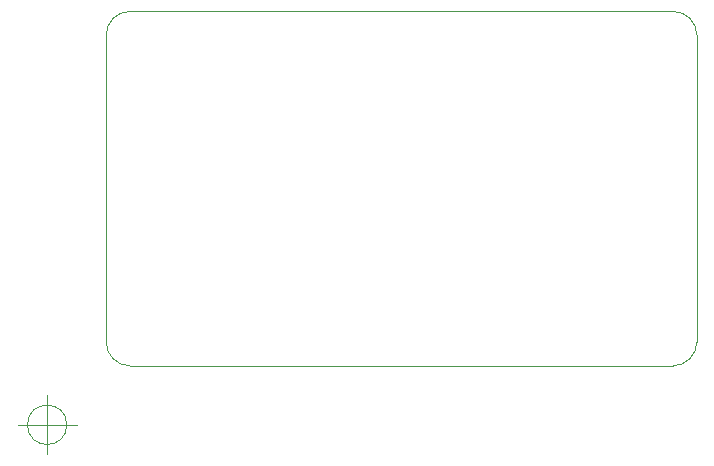
<source format=gko>
%TF.GenerationSoftware,KiCad,Pcbnew,(6.0.9)*%
%TF.CreationDate,2022-12-21T01:12:51+09:00*%
%TF.ProjectId,power,706f7765-722e-46b6-9963-61645f706362,rev?*%
%TF.SameCoordinates,Original*%
%TF.FileFunction,Profile,NP*%
%FSLAX46Y46*%
G04 Gerber Fmt 4.6, Leading zero omitted, Abs format (unit mm)*
G04 Created by KiCad (PCBNEW (6.0.9)) date 2022-12-21 01:12:51*
%MOMM*%
%LPD*%
G01*
G04 APERTURE LIST*
%TA.AperFunction,Profile*%
%ADD10C,0.100000*%
%TD*%
G04 APERTURE END LIST*
D10*
X140000000Y-72000000D02*
G75*
G03*
X138000000Y-70000000I-2000000J0D01*
G01*
X90000000Y-98000000D02*
G75*
G03*
X92000000Y-100000000I2000000J0D01*
G01*
X92000000Y-100000000D02*
X138000000Y-100000000D01*
X92000000Y-70000000D02*
G75*
G03*
X90000000Y-72000000I0J-2000000D01*
G01*
X140000000Y-72000000D02*
X140000000Y-98000000D01*
X138000000Y-100000000D02*
G75*
G03*
X140000000Y-98000000I0J2000000D01*
G01*
X90000000Y-72000000D02*
X90000000Y-98000000D01*
X138000000Y-70000000D02*
X92000000Y-70000000D01*
X86666666Y-105000000D02*
G75*
G03*
X86666666Y-105000000I-1666666J0D01*
G01*
X82500000Y-105000000D02*
X87500000Y-105000000D01*
X85000000Y-102500000D02*
X85000000Y-107500000D01*
M02*

</source>
